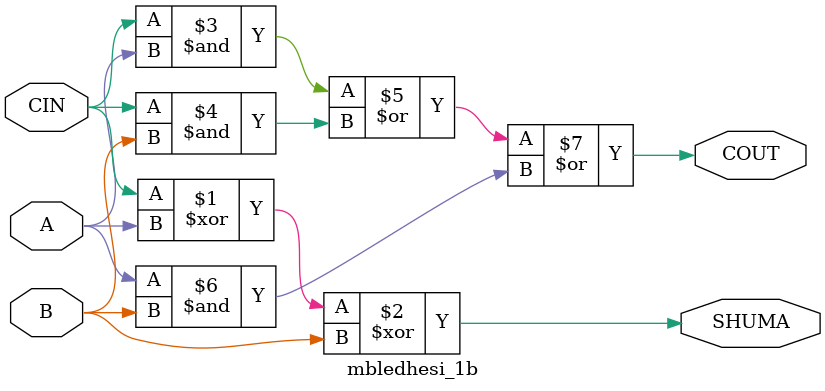
<source format=v>
`timescale 1ns / 1ps


module mbledhesi_1b(
    input A,
    input B,
    input CIN,
    output COUT,
    output SHUMA
    );
    
    assign SHUMA = CIN ^ A ^ B;
    assign COUT = CIN & A | CIN & B | A & B;
endmodule
</source>
